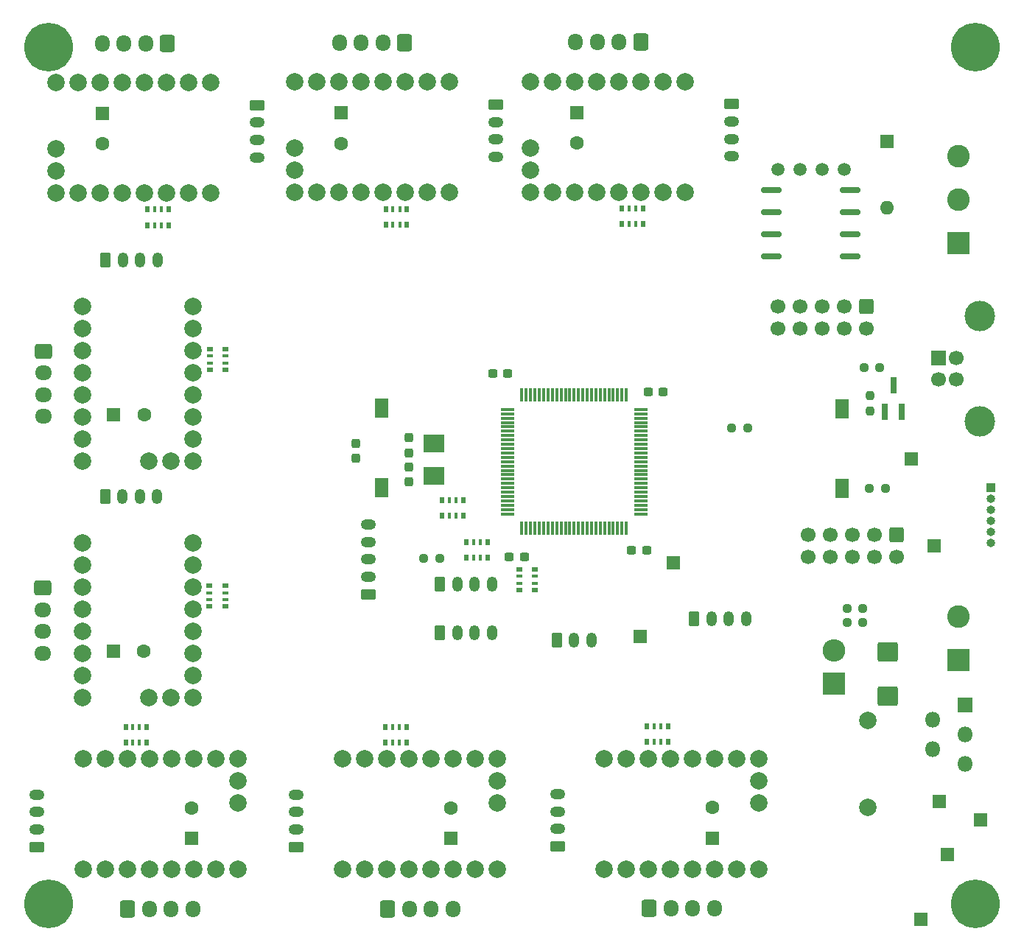
<source format=gbr>
%TF.GenerationSoftware,KiCad,Pcbnew,8.0.6*%
%TF.CreationDate,2025-02-03T11:58:57+03:00*%
%TF.ProjectId,multistepper,6d756c74-6973-4746-9570-7065722e6b69,rev?*%
%TF.SameCoordinates,Original*%
%TF.FileFunction,Soldermask,Top*%
%TF.FilePolarity,Negative*%
%FSLAX46Y46*%
G04 Gerber Fmt 4.6, Leading zero omitted, Abs format (unit mm)*
G04 Created by KiCad (PCBNEW 8.0.6) date 2025-02-03 11:58:57*
%MOMM*%
%LPD*%
G01*
G04 APERTURE LIST*
G04 Aperture macros list*
%AMRoundRect*
0 Rectangle with rounded corners*
0 $1 Rounding radius*
0 $2 $3 $4 $5 $6 $7 $8 $9 X,Y pos of 4 corners*
0 Add a 4 corners polygon primitive as box body*
4,1,4,$2,$3,$4,$5,$6,$7,$8,$9,$2,$3,0*
0 Add four circle primitives for the rounded corners*
1,1,$1+$1,$2,$3*
1,1,$1+$1,$4,$5*
1,1,$1+$1,$6,$7*
1,1,$1+$1,$8,$9*
0 Add four rect primitives between the rounded corners*
20,1,$1+$1,$2,$3,$4,$5,0*
20,1,$1+$1,$4,$5,$6,$7,0*
20,1,$1+$1,$6,$7,$8,$9,0*
20,1,$1+$1,$8,$9,$2,$3,0*%
G04 Aperture macros list end*
%ADD10RoundRect,0.237500X-0.300000X-0.237500X0.300000X-0.237500X0.300000X0.237500X-0.300000X0.237500X0*%
%ADD11RoundRect,0.250000X0.600000X0.725000X-0.600000X0.725000X-0.600000X-0.725000X0.600000X-0.725000X0*%
%ADD12O,1.700000X1.950000*%
%ADD13RoundRect,0.250000X-0.725000X0.600000X-0.725000X-0.600000X0.725000X-0.600000X0.725000X0.600000X0*%
%ADD14O,1.950000X1.700000*%
%ADD15RoundRect,0.250000X0.625000X-0.350000X0.625000X0.350000X-0.625000X0.350000X-0.625000X-0.350000X0*%
%ADD16O,1.750000X1.200000*%
%ADD17RoundRect,0.250000X-0.600000X0.600000X-0.600000X-0.600000X0.600000X-0.600000X0.600000X0.600000X0*%
%ADD18C,1.700000*%
%ADD19R,1.600000X2.180000*%
%ADD20C,5.600000*%
%ADD21RoundRect,0.237500X-0.237500X0.250000X-0.237500X-0.250000X0.237500X-0.250000X0.237500X0.250000X0*%
%ADD22R,1.600000X1.600000*%
%ADD23O,1.600000X1.600000*%
%ADD24C,1.600000*%
%ADD25RoundRect,0.250000X-0.350000X-0.625000X0.350000X-0.625000X0.350000X0.625000X-0.350000X0.625000X0*%
%ADD26O,1.200000X1.750000*%
%ADD27C,2.000000*%
%ADD28R,0.500000X0.800000*%
%ADD29R,0.400000X0.800000*%
%ADD30R,0.800000X0.500000*%
%ADD31R,0.800000X0.400000*%
%ADD32R,2.600000X2.600000*%
%ADD33C,2.600000*%
%ADD34RoundRect,0.237500X0.250000X0.237500X-0.250000X0.237500X-0.250000X-0.237500X0.250000X-0.237500X0*%
%ADD35R,0.800000X1.900000*%
%ADD36R,1.500000X1.500000*%
%ADD37R,1.000000X1.000000*%
%ADD38O,1.000000X1.000000*%
%ADD39RoundRect,0.075000X-0.725000X-0.075000X0.725000X-0.075000X0.725000X0.075000X-0.725000X0.075000X0*%
%ADD40RoundRect,0.075000X-0.075000X-0.725000X0.075000X-0.725000X0.075000X0.725000X-0.075000X0.725000X0*%
%ADD41RoundRect,0.237500X0.237500X-0.300000X0.237500X0.300000X-0.237500X0.300000X-0.237500X-0.300000X0*%
%ADD42RoundRect,0.237500X-0.250000X-0.237500X0.250000X-0.237500X0.250000X0.237500X-0.250000X0.237500X0*%
%ADD43RoundRect,0.250000X-0.625000X0.350000X-0.625000X-0.350000X0.625000X-0.350000X0.625000X0.350000X0*%
%ADD44RoundRect,0.250000X-0.600000X-0.725000X0.600000X-0.725000X0.600000X0.725000X-0.600000X0.725000X0*%
%ADD45R,2.400000X2.000000*%
%ADD46RoundRect,0.237500X-0.237500X0.300000X-0.237500X-0.300000X0.237500X-0.300000X0.237500X0.300000X0*%
%ADD47C,1.500000*%
%ADD48O,2.600000X2.600000*%
%ADD49RoundRect,0.162500X-1.012500X-0.162500X1.012500X-0.162500X1.012500X0.162500X-1.012500X0.162500X0*%
%ADD50R,1.800000X1.800000*%
%ADD51O,1.800000X1.800000*%
%ADD52RoundRect,0.237500X0.300000X0.237500X-0.300000X0.237500X-0.300000X-0.237500X0.300000X-0.237500X0*%
%ADD53RoundRect,0.250000X-0.925000X0.875000X-0.925000X-0.875000X0.925000X-0.875000X0.925000X0.875000X0*%
%ADD54R,1.700000X1.700000*%
%ADD55C,3.500000*%
G04 APERTURE END LIST*
D10*
%TO.C,C9*%
X110035000Y-79502000D03*
X111760000Y-79502000D03*
%TD*%
D11*
%TO.C,J17*%
X99921075Y-41501827D03*
D12*
X97421075Y-41501827D03*
X94921075Y-41501827D03*
X92421075Y-41501827D03*
%TD*%
D13*
%TO.C,J12*%
X58374000Y-76974000D03*
D14*
X58374000Y-79474000D03*
X58374000Y-81974000D03*
X58374000Y-84474000D03*
%TD*%
D15*
%TO.C,J6*%
X95758000Y-104902000D03*
D16*
X95758000Y-102902000D03*
X95758000Y-100902000D03*
X95758000Y-98902000D03*
X95758000Y-96902000D03*
%TD*%
D17*
%TO.C,J2*%
X152958800Y-71840700D03*
D18*
X152958800Y-74380700D03*
X150418800Y-71840700D03*
X150418800Y-74380700D03*
X147878800Y-71840700D03*
X147878800Y-74380700D03*
X145338800Y-71840700D03*
X145338800Y-74380700D03*
X142798800Y-71840700D03*
X142798800Y-74380700D03*
%TD*%
D19*
%TO.C,SW2*%
X150164800Y-83548000D03*
X150164800Y-92728000D03*
%TD*%
D15*
%TO.C,J22*%
X87466000Y-133934000D03*
D16*
X87466000Y-131934000D03*
X87466000Y-129934000D03*
X87466000Y-127934000D03*
%TD*%
D20*
%TO.C,H4*%
X165500000Y-140500000D03*
%TD*%
D21*
%TO.C,R36*%
X153416000Y-82043900D03*
X153416000Y-83868900D03*
%TD*%
D22*
%TO.C,SW3*%
X155295600Y-52832000D03*
D23*
X155295600Y-60452000D03*
%TD*%
D22*
%TO.C,C24*%
X105246000Y-132978000D03*
D24*
X105246000Y-129478000D03*
%TD*%
D25*
%TO.C,J5*%
X103934000Y-103733600D03*
D26*
X105934000Y-103733600D03*
X107934000Y-103733600D03*
X109934000Y-103733600D03*
%TD*%
D25*
%TO.C,J11*%
X65500000Y-66500000D03*
D26*
X67500000Y-66500000D03*
X69500000Y-66500000D03*
X71500000Y-66500000D03*
%TD*%
D27*
%TO.C,XX5*%
X140640000Y-123774000D03*
X138100000Y-123774000D03*
X135560000Y-123774000D03*
X133020000Y-123774000D03*
X130480000Y-123774000D03*
X127940000Y-123774000D03*
X125400000Y-123774000D03*
X122860000Y-123774000D03*
X122860000Y-136474000D03*
X125400000Y-136474000D03*
X127940000Y-136474000D03*
X130480000Y-136474000D03*
X133020000Y-136474000D03*
X135560000Y-136474000D03*
X138100000Y-136474000D03*
X140640000Y-136474000D03*
X140640000Y-126314000D03*
X140640000Y-128854000D03*
%TD*%
D28*
%TO.C,RN11*%
X127270450Y-60560000D03*
D29*
X126470450Y-60560000D03*
X125670450Y-60560000D03*
D28*
X124870450Y-60560000D03*
X124870450Y-62360000D03*
D29*
X125670450Y-62360000D03*
X126470450Y-62360000D03*
D28*
X127270450Y-62360000D03*
%TD*%
D25*
%TO.C,J13*%
X117380000Y-110194000D03*
D26*
X119380000Y-110194000D03*
X121380000Y-110194000D03*
%TD*%
D27*
%TO.C,XX8*%
X75572000Y-116801600D03*
X75572000Y-114261600D03*
X75572000Y-111721600D03*
X75572000Y-109181600D03*
X75572000Y-106641600D03*
X75572000Y-104101600D03*
X75572000Y-101561600D03*
X75572000Y-99021600D03*
X62872000Y-99021600D03*
X62872000Y-101561600D03*
X62872000Y-104101600D03*
X62872000Y-106641600D03*
X62872000Y-109181600D03*
X62872000Y-111721600D03*
X62872000Y-114261600D03*
X62872000Y-116801600D03*
X73032000Y-116801600D03*
X70492000Y-116801600D03*
%TD*%
%TO.C,XX3*%
X87281075Y-58727827D03*
X89821075Y-58727827D03*
X92361075Y-58727827D03*
X94901075Y-58727827D03*
X97441075Y-58727827D03*
X99981075Y-58727827D03*
X102521075Y-58727827D03*
X105061075Y-58727827D03*
X105061075Y-46027827D03*
X102521075Y-46027827D03*
X99981075Y-46027827D03*
X97441075Y-46027827D03*
X94901075Y-46027827D03*
X92361075Y-46027827D03*
X89821075Y-46027827D03*
X87281075Y-46027827D03*
X87281075Y-56187827D03*
X87281075Y-53647827D03*
%TD*%
D30*
%TO.C,RN7*%
X113095200Y-102025600D03*
D31*
X113095200Y-102825600D03*
X113095200Y-103625600D03*
D30*
X113095200Y-104425600D03*
X114895200Y-104425600D03*
D31*
X114895200Y-103625600D03*
X114895200Y-102825600D03*
D30*
X114895200Y-102025600D03*
%TD*%
D32*
%TO.C,J10*%
X163576000Y-112482000D03*
D33*
X163576000Y-107482000D03*
%TD*%
D34*
%TO.C,R33*%
X154529800Y-78841600D03*
X152704800Y-78841600D03*
%TD*%
D17*
%TO.C,J3*%
X156464000Y-98044000D03*
D18*
X156464000Y-100584000D03*
X153924000Y-98044000D03*
X153924000Y-100584000D03*
X151384000Y-98044000D03*
X151384000Y-100584000D03*
X148844000Y-98044000D03*
X148844000Y-100584000D03*
X146304000Y-98044000D03*
X146304000Y-100584000D03*
%TD*%
D35*
%TO.C,Q3*%
X155107600Y-83897600D03*
X157007600Y-83897600D03*
X156057600Y-80897600D03*
%TD*%
D36*
%TO.C,TP3*%
X166090600Y-130860800D03*
%TD*%
D37*
%TO.C,J1*%
X167258600Y-92608400D03*
D38*
X167258600Y-93878400D03*
X167258600Y-95148400D03*
X167258600Y-96418400D03*
X167258600Y-97688400D03*
X167258600Y-98958400D03*
%TD*%
D15*
%TO.C,J24*%
X57604925Y-133934000D03*
D16*
X57604925Y-131934000D03*
X57604925Y-129934000D03*
X57604925Y-127934000D03*
%TD*%
D39*
%TO.C,U1*%
X111705000Y-83662000D03*
X111705000Y-84162000D03*
X111705000Y-84662000D03*
X111705000Y-85162000D03*
X111705000Y-85662000D03*
X111705000Y-86162000D03*
X111705000Y-86662000D03*
X111705000Y-87162000D03*
X111705000Y-87662000D03*
X111705000Y-88162000D03*
X111705000Y-88662000D03*
X111705000Y-89162000D03*
X111705000Y-89662000D03*
X111705000Y-90162000D03*
X111705000Y-90662000D03*
X111705000Y-91162000D03*
X111705000Y-91662000D03*
X111705000Y-92162000D03*
X111705000Y-92662000D03*
X111705000Y-93162000D03*
X111705000Y-93662000D03*
X111705000Y-94162000D03*
X111705000Y-94662000D03*
X111705000Y-95162000D03*
X111705000Y-95662000D03*
D40*
X113380000Y-97337000D03*
X113880000Y-97337000D03*
X114380000Y-97337000D03*
X114880000Y-97337000D03*
X115380000Y-97337000D03*
X115880000Y-97337000D03*
X116380000Y-97337000D03*
X116880000Y-97337000D03*
X117380000Y-97337000D03*
X117880000Y-97337000D03*
X118380000Y-97337000D03*
X118880000Y-97337000D03*
X119380000Y-97337000D03*
X119880000Y-97337000D03*
X120380000Y-97337000D03*
X120880000Y-97337000D03*
X121380000Y-97337000D03*
X121880000Y-97337000D03*
X122380000Y-97337000D03*
X122880000Y-97337000D03*
X123380000Y-97337000D03*
X123880000Y-97337000D03*
X124380000Y-97337000D03*
X124880000Y-97337000D03*
X125380000Y-97337000D03*
D39*
X127055000Y-95662000D03*
X127055000Y-95162000D03*
X127055000Y-94662000D03*
X127055000Y-94162000D03*
X127055000Y-93662000D03*
X127055000Y-93162000D03*
X127055000Y-92662000D03*
X127055000Y-92162000D03*
X127055000Y-91662000D03*
X127055000Y-91162000D03*
X127055000Y-90662000D03*
X127055000Y-90162000D03*
X127055000Y-89662000D03*
X127055000Y-89162000D03*
X127055000Y-88662000D03*
X127055000Y-88162000D03*
X127055000Y-87662000D03*
X127055000Y-87162000D03*
X127055000Y-86662000D03*
X127055000Y-86162000D03*
X127055000Y-85662000D03*
X127055000Y-85162000D03*
X127055000Y-84662000D03*
X127055000Y-84162000D03*
X127055000Y-83662000D03*
D40*
X125380000Y-81987000D03*
X124880000Y-81987000D03*
X124380000Y-81987000D03*
X123880000Y-81987000D03*
X123380000Y-81987000D03*
X122880000Y-81987000D03*
X122380000Y-81987000D03*
X121880000Y-81987000D03*
X121380000Y-81987000D03*
X120880000Y-81987000D03*
X120380000Y-81987000D03*
X119880000Y-81987000D03*
X119380000Y-81987000D03*
X118880000Y-81987000D03*
X118380000Y-81987000D03*
X117880000Y-81987000D03*
X117380000Y-81987000D03*
X116880000Y-81987000D03*
X116380000Y-81987000D03*
X115880000Y-81987000D03*
X115380000Y-81987000D03*
X114880000Y-81987000D03*
X114380000Y-81987000D03*
X113880000Y-81987000D03*
X113380000Y-81987000D03*
%TD*%
D20*
%TO.C,H1*%
X59000000Y-42000000D03*
%TD*%
D22*
%TO.C,C23*%
X135306000Y-132918000D03*
D24*
X135306000Y-129418000D03*
%TD*%
D41*
%TO.C,C4*%
X100417350Y-91997700D03*
X100417350Y-90272700D03*
%TD*%
D11*
%TO.C,J19*%
X127026450Y-41440000D03*
D12*
X124526450Y-41440000D03*
X122026450Y-41440000D03*
X119526450Y-41440000D03*
%TD*%
D42*
%TO.C,R35*%
X137466700Y-85801200D03*
X139291700Y-85801200D03*
%TD*%
D36*
%TO.C,TP2*%
X159258000Y-142240000D03*
%TD*%
D43*
%TO.C,J14*%
X82974000Y-48689654D03*
D16*
X82974000Y-50689654D03*
X82974000Y-52689654D03*
X82974000Y-54689654D03*
%TD*%
D20*
%TO.C,H3*%
X59000000Y-140500000D03*
%TD*%
D44*
%TO.C,J23*%
X97940000Y-141060000D03*
D12*
X100440000Y-141060000D03*
X102940000Y-141060000D03*
X105440000Y-141060000D03*
%TD*%
D45*
%TO.C,Y1*%
X103225600Y-87558000D03*
X103225600Y-91258000D03*
%TD*%
D44*
%TO.C,J25*%
X68078925Y-141060000D03*
D12*
X70578925Y-141060000D03*
X73078925Y-141060000D03*
X75578925Y-141060000D03*
%TD*%
D27*
%TO.C,XX4*%
X114386450Y-58666000D03*
X116926450Y-58666000D03*
X119466450Y-58666000D03*
X122006450Y-58666000D03*
X124546450Y-58666000D03*
X127086450Y-58666000D03*
X129626450Y-58666000D03*
X132166450Y-58666000D03*
X132166450Y-45966000D03*
X129626450Y-45966000D03*
X127086450Y-45966000D03*
X124546450Y-45966000D03*
X122006450Y-45966000D03*
X119466450Y-45966000D03*
X116926450Y-45966000D03*
X114386450Y-45966000D03*
X114386450Y-56126000D03*
X114386450Y-53586000D03*
%TD*%
D28*
%TO.C,RN6*%
X104210000Y-95896000D03*
D29*
X105010000Y-95896000D03*
X105810000Y-95896000D03*
D28*
X106610000Y-95896000D03*
X106610000Y-94096000D03*
D29*
X105810000Y-94096000D03*
X105010000Y-94096000D03*
D28*
X104210000Y-94096000D03*
%TD*%
D42*
%TO.C,R2*%
X153341700Y-92710000D03*
X155166700Y-92710000D03*
%TD*%
D10*
%TO.C,C5*%
X127889000Y-81661000D03*
X129614000Y-81661000D03*
%TD*%
D46*
%TO.C,C2*%
X94284800Y-87528400D03*
X94284800Y-89253400D03*
%TD*%
D20*
%TO.C,H2*%
X165500000Y-42000000D03*
%TD*%
D44*
%TO.C,J21*%
X128000000Y-141000000D03*
D12*
X130500000Y-141000000D03*
X133000000Y-141000000D03*
X135500000Y-141000000D03*
%TD*%
D22*
%TO.C,C21*%
X92615075Y-49583827D03*
D24*
X92615075Y-53083827D03*
%TD*%
D28*
%TO.C,RN10*%
X100165075Y-60621827D03*
D29*
X99365075Y-60621827D03*
X98565075Y-60621827D03*
D28*
X97765075Y-60621827D03*
X97765075Y-62421827D03*
D29*
X98565075Y-62421827D03*
X99365075Y-62421827D03*
D28*
X100165075Y-62421827D03*
%TD*%
D22*
%TO.C,C22*%
X119720450Y-49522000D03*
D24*
X119720450Y-53022000D03*
%TD*%
D28*
%TO.C,RN5*%
X107004000Y-100722000D03*
D29*
X107804000Y-100722000D03*
X108604000Y-100722000D03*
D28*
X109404000Y-100722000D03*
X109404000Y-98922000D03*
D29*
X108604000Y-98922000D03*
X107804000Y-98922000D03*
D28*
X107004000Y-98922000D03*
%TD*%
D43*
%TO.C,J18*%
X137500450Y-48566000D03*
D16*
X137500450Y-50566000D03*
X137500450Y-52566000D03*
X137500450Y-54566000D03*
%TD*%
D47*
%TO.C,Q1*%
X142798800Y-56083200D03*
X145338800Y-56083200D03*
X147878800Y-56083200D03*
X150418800Y-56083200D03*
%TD*%
D46*
%TO.C,C1*%
X100417350Y-86917700D03*
X100417350Y-88642700D03*
%TD*%
D27*
%TO.C,XX6*%
X110580000Y-123834000D03*
X108040000Y-123834000D03*
X105500000Y-123834000D03*
X102960000Y-123834000D03*
X100420000Y-123834000D03*
X97880000Y-123834000D03*
X95340000Y-123834000D03*
X92800000Y-123834000D03*
X92800000Y-136534000D03*
X95340000Y-136534000D03*
X97880000Y-136534000D03*
X100420000Y-136534000D03*
X102960000Y-136534000D03*
X105500000Y-136534000D03*
X108040000Y-136534000D03*
X110580000Y-136534000D03*
X110580000Y-126374000D03*
X110580000Y-128914000D03*
%TD*%
D32*
%TO.C,D26*%
X149250400Y-115194400D03*
D48*
X149250400Y-111384400D03*
%TD*%
D49*
%TO.C,U2*%
X142033000Y-58420000D03*
X142033000Y-60960000D03*
X142033000Y-63500000D03*
X142033000Y-66040000D03*
X151083000Y-66040000D03*
X151083000Y-63500000D03*
X151083000Y-60960000D03*
X151083000Y-58420000D03*
%TD*%
D36*
%TO.C,TP6*%
X127000000Y-109728000D03*
%TD*%
D22*
%TO.C,C19*%
X66456000Y-84280000D03*
D24*
X69956000Y-84280000D03*
%TD*%
D50*
%TO.C,U5*%
X164287200Y-117602000D03*
D51*
X160587200Y-119302000D03*
X164287200Y-121002000D03*
X160587200Y-122702000D03*
X164287200Y-124402000D03*
%TD*%
D28*
%TO.C,RN13*%
X97696000Y-121940000D03*
D29*
X98496000Y-121940000D03*
X99296000Y-121940000D03*
D28*
X100096000Y-121940000D03*
X100096000Y-120140000D03*
D29*
X99296000Y-120140000D03*
X98496000Y-120140000D03*
D28*
X97696000Y-120140000D03*
%TD*%
D13*
%TO.C,J27*%
X58346000Y-104161600D03*
D14*
X58346000Y-106661600D03*
X58346000Y-109161600D03*
X58346000Y-111661600D03*
%TD*%
D25*
%TO.C,J7*%
X133144000Y-107704800D03*
D26*
X135144000Y-107704800D03*
X137144000Y-107704800D03*
X139144000Y-107704800D03*
%TD*%
D28*
%TO.C,RN9*%
X72744000Y-60683654D03*
D29*
X71944000Y-60683654D03*
X71144000Y-60683654D03*
D28*
X70344000Y-60683654D03*
X70344000Y-62483654D03*
D29*
X71144000Y-62483654D03*
X71944000Y-62483654D03*
D28*
X72744000Y-62483654D03*
%TD*%
D36*
%TO.C,TP4*%
X161366200Y-128701800D03*
%TD*%
D30*
%TO.C,RN15*%
X77466000Y-103917600D03*
D31*
X77466000Y-104717600D03*
X77466000Y-105517600D03*
D30*
X77466000Y-106317600D03*
X79266000Y-106317600D03*
D31*
X79266000Y-105517600D03*
X79266000Y-104717600D03*
D30*
X79266000Y-103917600D03*
%TD*%
D11*
%TO.C,J15*%
X72644000Y-41563654D03*
D12*
X70144000Y-41563654D03*
X67644000Y-41563654D03*
X65144000Y-41563654D03*
%TD*%
D52*
%TO.C,C6*%
X127709000Y-99822000D03*
X125984000Y-99822000D03*
%TD*%
D27*
%TO.C,L1*%
X153162000Y-129409200D03*
X153162000Y-119409200D03*
%TD*%
D22*
%TO.C,C20*%
X65194000Y-49645654D03*
D24*
X65194000Y-53145654D03*
%TD*%
D19*
%TO.C,SW1*%
X97282000Y-83479200D03*
X97282000Y-92659200D03*
%TD*%
D27*
%TO.C,XX2*%
X59860000Y-58789654D03*
X62400000Y-58789654D03*
X64940000Y-58789654D03*
X67480000Y-58789654D03*
X70020000Y-58789654D03*
X72560000Y-58789654D03*
X75100000Y-58789654D03*
X77640000Y-58789654D03*
X77640000Y-46089654D03*
X75100000Y-46089654D03*
X72560000Y-46089654D03*
X70020000Y-46089654D03*
X67480000Y-46089654D03*
X64940000Y-46089654D03*
X62400000Y-46089654D03*
X59860000Y-46089654D03*
X59860000Y-56249654D03*
X59860000Y-53709654D03*
%TD*%
D32*
%TO.C,J9*%
X163576000Y-64516000D03*
D33*
X163576000Y-59516000D03*
X163576000Y-54516000D03*
%TD*%
D22*
%TO.C,C25*%
X75384925Y-132978000D03*
D24*
X75384925Y-129478000D03*
%TD*%
D34*
%TO.C,R11*%
X152552400Y-108102400D03*
X150727400Y-108102400D03*
%TD*%
D27*
%TO.C,XX7*%
X80718925Y-123834000D03*
X78178925Y-123834000D03*
X75638925Y-123834000D03*
X73098925Y-123834000D03*
X70558925Y-123834000D03*
X68018925Y-123834000D03*
X65478925Y-123834000D03*
X62938925Y-123834000D03*
X62938925Y-136534000D03*
X65478925Y-136534000D03*
X68018925Y-136534000D03*
X70558925Y-136534000D03*
X73098925Y-136534000D03*
X75638925Y-136534000D03*
X78178925Y-136534000D03*
X80718925Y-136534000D03*
X80718925Y-126374000D03*
X80718925Y-128914000D03*
%TD*%
D28*
%TO.C,RN14*%
X67834925Y-121940000D03*
D29*
X68634925Y-121940000D03*
X69434925Y-121940000D03*
D28*
X70234925Y-121940000D03*
X70234925Y-120140000D03*
D29*
X69434925Y-120140000D03*
X68634925Y-120140000D03*
D28*
X67834925Y-120140000D03*
%TD*%
D25*
%TO.C,J26*%
X65472000Y-93687600D03*
D26*
X67472000Y-93687600D03*
X69472000Y-93687600D03*
X71472000Y-93687600D03*
%TD*%
D42*
%TO.C,R10*%
X150727400Y-106527600D03*
X152552400Y-106527600D03*
%TD*%
D52*
%TO.C,C7*%
X113638500Y-100584000D03*
X111913500Y-100584000D03*
%TD*%
D53*
%TO.C,C14*%
X155397200Y-111546800D03*
X155397200Y-116646800D03*
%TD*%
D25*
%TO.C,J4*%
X103934000Y-109321600D03*
D26*
X105934000Y-109321600D03*
X107934000Y-109321600D03*
X109934000Y-109321600D03*
%TD*%
D42*
%TO.C,R9*%
X102109900Y-100736400D03*
X103934900Y-100736400D03*
%TD*%
D28*
%TO.C,RN12*%
X127756000Y-121880000D03*
D29*
X128556000Y-121880000D03*
X129356000Y-121880000D03*
D28*
X130156000Y-121880000D03*
X130156000Y-120080000D03*
D29*
X129356000Y-120080000D03*
X128556000Y-120080000D03*
D28*
X127756000Y-120080000D03*
%TD*%
D15*
%TO.C,J20*%
X117526000Y-133874000D03*
D16*
X117526000Y-131874000D03*
X117526000Y-129874000D03*
X117526000Y-127874000D03*
%TD*%
D43*
%TO.C,J16*%
X110395075Y-48627827D03*
D16*
X110395075Y-50627827D03*
X110395075Y-52627827D03*
X110395075Y-54627827D03*
%TD*%
D30*
%TO.C,RN8*%
X77494000Y-76730000D03*
D31*
X77494000Y-77530000D03*
X77494000Y-78330000D03*
D30*
X77494000Y-79130000D03*
X79294000Y-79130000D03*
D31*
X79294000Y-78330000D03*
X79294000Y-77530000D03*
D30*
X79294000Y-76730000D03*
%TD*%
D36*
%TO.C,TP8*%
X162255200Y-134823200D03*
%TD*%
%TO.C,TP5*%
X130810000Y-101244400D03*
%TD*%
D22*
%TO.C,C26*%
X66428000Y-111467600D03*
D24*
X69928000Y-111467600D03*
%TD*%
D27*
%TO.C,XX1*%
X75600000Y-89614000D03*
X75600000Y-87074000D03*
X75600000Y-84534000D03*
X75600000Y-81994000D03*
X75600000Y-79454000D03*
X75600000Y-76914000D03*
X75600000Y-74374000D03*
X75600000Y-71834000D03*
X62900000Y-71834000D03*
X62900000Y-74374000D03*
X62900000Y-76914000D03*
X62900000Y-79454000D03*
X62900000Y-81994000D03*
X62900000Y-84534000D03*
X62900000Y-87074000D03*
X62900000Y-89614000D03*
X73060000Y-89614000D03*
X70520000Y-89614000D03*
%TD*%
D54*
%TO.C,J8*%
X161290000Y-77730000D03*
D18*
X161290000Y-80230000D03*
X163290000Y-80230000D03*
X163290000Y-77730000D03*
D55*
X166000000Y-72960000D03*
X166000000Y-85000000D03*
%TD*%
D36*
%TO.C,TP1*%
X158167500Y-89348000D03*
%TD*%
%TO.C,TP7*%
X160731200Y-99314000D03*
%TD*%
M02*

</source>
